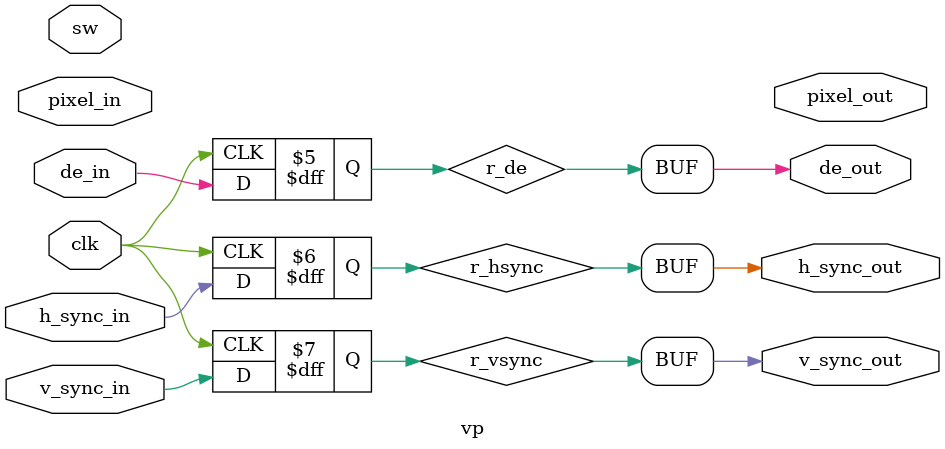
<source format=v>
`timescale 1ns / 1ps

module vp(
    input clk, 
    input de_in, 
    input h_sync_in, 
    input v_sync_in, 
    input [23:0] pixel_in,
    input [2:0] sw,
    
    output de_out, 
    output h_sync_out, 
    output v_sync_out, 
    output [23:0] pixel_out
    );
    
//    wire [23:0] rgb_mux[7:0];
//    wire de_mux[7:0];
//    wire hsync_mux[7:0];
//    wire vsync_mux[7:0];
    
//    assign rgb_mux[0] = pixel_in;
//    assign de_mux[0] = de_in;
//    assign hsync_mux[0] = h_sync_in;
//    assign vsync_mux[0] = v_sync_in;

    
//    rgb2ycbcr_0 rgb2ycbcr_i(
//        .clk(clk),
//        .de(de_mux[0]),
//        .hsync(hsync_mux[0]),
//        .vsync(vsync_mux[0]),
//        .pixel_in(rgb_mux[0]),
        
//        .de_out(de_mux[1]),
//        .hsync_out(hsync_mux[1]),
//        .vsync_out(vsync_mux[1]),
//        .pixel_out(rgb_mux[1])
//        );
    
    
//    reg r_de = 0;
//    reg r_hsync = 0;
//    reg r_vsync = 0;
    
//    always @(posedge clk)
//    begin
//        r_de <= de_mux[0];
//        r_hsync <= hsync_mux[0];
//        r_vsync <= vsync_mux[0];
//    end
    
//    assign de_mux[0] = r_de;
//    assign hsync_mux[0] = r_hsync;
//    assign vsync_mux[0] = r_vsync;
 

//// Output assignments
//assign de_out = de_mux[sw];
//assign h_sync_out = hsync_mux[sw];
//assign v_sync_out = vsync_mux[sw];
//assign pixel_out = rgb_mux[sw];  


    reg r_de = 0;
    reg r_hsync = 0;
    reg r_vsync = 0;
    
    always @(posedge clk)
    begin
        r_de <= de_in;
        r_hsync <= h_sync_in;
        r_vsync <= v_sync_in;
    end
    
    assign de_out = r_de;
    assign h_sync_out = r_hsync;
    assign v_sync_out = r_vsync;
        
endmodule

</source>
